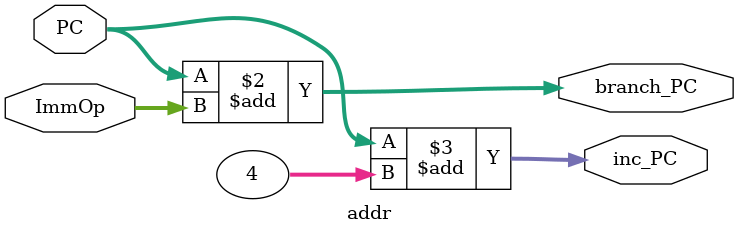
<source format=sv>
module addr #(
    parameter DATA_WIDTH = 32
)(
    input logic [DATA_WIDTH-1:0] PC,
    input logic [DATA_WIDTH-1:0] ImmOp,

    output logic [DATA_WIDTH-1:0] branch_PC,
    output logic [DATA_WIDTH-1:0] inc_PC

);

    always_comb begin
        branch_PC = PC + ImmOp;
        inc_PC    = PC + 'd4;
    end
    
endmodule

</source>
